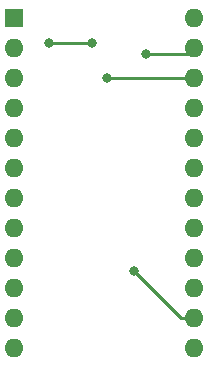
<source format=gbr>
%TF.GenerationSoftware,KiCad,Pcbnew,8.0.3*%
%TF.CreationDate,2024-06-20T11:34:12+01:00*%
%TF.ProjectId,FM16W08-3458A-AdaptorV1.0,464d3136-5730-4382-9d33-343538412d41,rev?*%
%TF.SameCoordinates,Original*%
%TF.FileFunction,Copper,L2,Bot*%
%TF.FilePolarity,Positive*%
%FSLAX46Y46*%
G04 Gerber Fmt 4.6, Leading zero omitted, Abs format (unit mm)*
G04 Created by KiCad (PCBNEW 8.0.3) date 2024-06-20 11:34:12*
%MOMM*%
%LPD*%
G01*
G04 APERTURE LIST*
%TA.AperFunction,ComponentPad*%
%ADD10R,1.600000X1.600000*%
%TD*%
%TA.AperFunction,ComponentPad*%
%ADD11O,1.600000X1.600000*%
%TD*%
%TA.AperFunction,ViaPad*%
%ADD12C,0.800000*%
%TD*%
%TA.AperFunction,Conductor*%
%ADD13C,0.250000*%
%TD*%
G04 APERTURE END LIST*
D10*
%TO.P,SOCKET1,1*%
%TO.N,Net-(U1-A7)*%
X140716000Y-82296000D03*
D11*
%TO.P,SOCKET1,2*%
%TO.N,Net-(U1-A6)*%
X140716000Y-84836000D03*
%TO.P,SOCKET1,3*%
%TO.N,Net-(U1-A5)*%
X140716000Y-87376000D03*
%TO.P,SOCKET1,4*%
%TO.N,Net-(U1-A4)*%
X140716000Y-89916000D03*
%TO.P,SOCKET1,5*%
%TO.N,Net-(U1-A3)*%
X140716000Y-92456000D03*
%TO.P,SOCKET1,6*%
%TO.N,Net-(U1-A2)*%
X140716000Y-94996000D03*
%TO.P,SOCKET1,7*%
%TO.N,Net-(U1-A1)*%
X140716000Y-97536000D03*
%TO.P,SOCKET1,8*%
%TO.N,Net-(U1-A0)*%
X140716000Y-100076000D03*
%TO.P,SOCKET1,9*%
%TO.N,Net-(U1-DQ0)*%
X140716000Y-102616000D03*
%TO.P,SOCKET1,10*%
%TO.N,Net-(U1-DQ1)*%
X140716000Y-105156000D03*
%TO.P,SOCKET1,11*%
%TO.N,Net-(U1-DQ2)*%
X140716000Y-107696000D03*
%TO.P,SOCKET1,12*%
%TO.N,Net-(U1-A11)*%
X140716000Y-110236000D03*
%TO.P,SOCKET1,13*%
%TO.N,Net-(U1-DQ3)*%
X155956000Y-110236000D03*
%TO.P,SOCKET1,14*%
%TO.N,Net-(U1-DQ4)*%
X155956000Y-107696000D03*
%TO.P,SOCKET1,15*%
%TO.N,Net-(U1-DQ5)*%
X155956000Y-105156000D03*
%TO.P,SOCKET1,16*%
%TO.N,Net-(U1-DQ6)*%
X155956000Y-102616000D03*
%TO.P,SOCKET1,17*%
%TO.N,Net-(U1-DQ7)*%
X155956000Y-100076000D03*
%TO.P,SOCKET1,18*%
%TO.N,Net-(U1-~{CE})*%
X155956000Y-97536000D03*
%TO.P,SOCKET1,19*%
%TO.N,Net-(U1-A10)*%
X155956000Y-94996000D03*
%TO.P,SOCKET1,20*%
%TO.N,Net-(U1-~{OE})*%
X155956000Y-92456000D03*
%TO.P,SOCKET1,21*%
%TO.N,Net-(U1-~{WE})*%
X155956000Y-89916000D03*
%TO.P,SOCKET1,22*%
%TO.N,Net-(U1-A9)*%
X155956000Y-87376000D03*
%TO.P,SOCKET1,23*%
%TO.N,Net-(U1-A8)*%
X155956000Y-84836000D03*
%TO.P,SOCKET1,24*%
%TO.N,Net-(U1-VDD)*%
X155956000Y-82296000D03*
%TD*%
D12*
%TO.N,Net-(U1-A11)*%
X143637000Y-84455000D03*
X147320000Y-84455000D03*
%TO.N,Net-(U1-DQ4)*%
X150876000Y-103758994D03*
%TO.N,Net-(U1-A9)*%
X148590000Y-87376000D03*
%TO.N,Net-(U1-A8)*%
X151892000Y-85344000D03*
%TD*%
D13*
%TO.N,Net-(U1-A11)*%
X143637000Y-84455000D02*
X147320000Y-84455000D01*
%TO.N,Net-(U1-DQ4)*%
X154813006Y-107696000D02*
X150876000Y-103758994D01*
X155956000Y-107696000D02*
X154813006Y-107696000D01*
%TO.N,Net-(U1-A9)*%
X148590000Y-87376000D02*
X155956000Y-87376000D01*
%TO.N,Net-(U1-A8)*%
X155448000Y-85344000D02*
X151892000Y-85344000D01*
X155956000Y-84836000D02*
X155448000Y-85344000D01*
%TD*%
M02*

</source>
